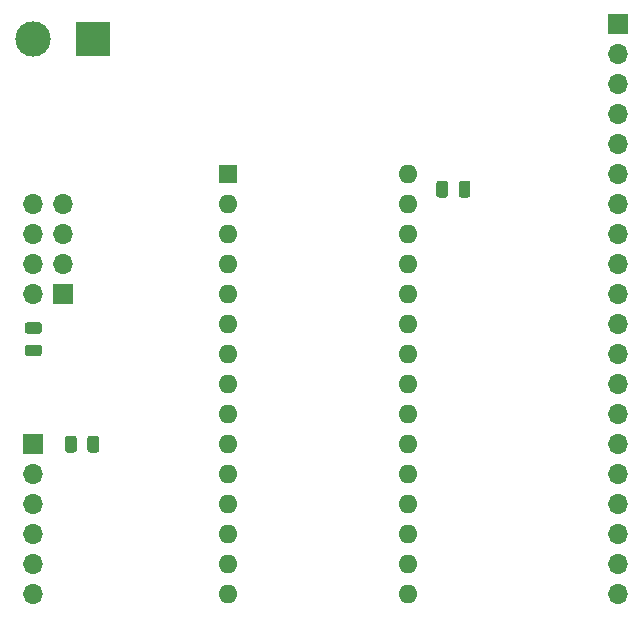
<source format=gbr>
%TF.GenerationSoftware,KiCad,Pcbnew,(5.1.10)-1*%
%TF.CreationDate,2021-07-29T09:59:02+03:00*%
%TF.ProjectId,YevgeniK,59657667-656e-4694-9b2e-6b696361645f,rev?*%
%TF.SameCoordinates,Original*%
%TF.FileFunction,Soldermask,Top*%
%TF.FilePolarity,Negative*%
%FSLAX46Y46*%
G04 Gerber Fmt 4.6, Leading zero omitted, Abs format (unit mm)*
G04 Created by KiCad (PCBNEW (5.1.10)-1) date 2021-07-29 09:59:02*
%MOMM*%
%LPD*%
G01*
G04 APERTURE LIST*
%ADD10R,1.600000X1.600000*%
%ADD11O,1.600000X1.600000*%
%ADD12R,3.000000X3.000000*%
%ADD13C,3.000000*%
%ADD14R,1.700000X1.700000*%
%ADD15O,1.700000X1.700000*%
G04 APERTURE END LIST*
D10*
%TO.C,A1*%
X158750000Y-88900000D03*
D11*
X173990000Y-121920000D03*
X158750000Y-91440000D03*
X173990000Y-119380000D03*
X158750000Y-93980000D03*
X173990000Y-116840000D03*
X158750000Y-96520000D03*
X173990000Y-114300000D03*
X158750000Y-99060000D03*
X173990000Y-111760000D03*
X158750000Y-101600000D03*
X173990000Y-109220000D03*
X158750000Y-104140000D03*
X173990000Y-106680000D03*
X158750000Y-106680000D03*
X173990000Y-104140000D03*
X158750000Y-109220000D03*
X173990000Y-101600000D03*
X158750000Y-111760000D03*
X173990000Y-99060000D03*
X158750000Y-114300000D03*
X173990000Y-96520000D03*
X158750000Y-116840000D03*
X173990000Y-93980000D03*
X158750000Y-119380000D03*
X173990000Y-91440000D03*
X158750000Y-121920000D03*
X173990000Y-88900000D03*
X158750000Y-124460000D03*
X173990000Y-124460000D03*
%TD*%
%TO.C,C1*%
G36*
G01*
X176350000Y-90645000D02*
X176350000Y-89695000D01*
G75*
G02*
X176600000Y-89445000I250000J0D01*
G01*
X177100000Y-89445000D01*
G75*
G02*
X177350000Y-89695000I0J-250000D01*
G01*
X177350000Y-90645000D01*
G75*
G02*
X177100000Y-90895000I-250000J0D01*
G01*
X176600000Y-90895000D01*
G75*
G02*
X176350000Y-90645000I0J250000D01*
G01*
G37*
G36*
G01*
X178250000Y-90645000D02*
X178250000Y-89695000D01*
G75*
G02*
X178500000Y-89445000I250000J0D01*
G01*
X179000000Y-89445000D01*
G75*
G02*
X179250000Y-89695000I0J-250000D01*
G01*
X179250000Y-90645000D01*
G75*
G02*
X179000000Y-90895000I-250000J0D01*
G01*
X178500000Y-90895000D01*
G75*
G02*
X178250000Y-90645000I0J250000D01*
G01*
G37*
%TD*%
%TO.C,C2*%
G36*
G01*
X145920000Y-111285000D02*
X145920000Y-112235000D01*
G75*
G02*
X145670000Y-112485000I-250000J0D01*
G01*
X145170000Y-112485000D01*
G75*
G02*
X144920000Y-112235000I0J250000D01*
G01*
X144920000Y-111285000D01*
G75*
G02*
X145170000Y-111035000I250000J0D01*
G01*
X145670000Y-111035000D01*
G75*
G02*
X145920000Y-111285000I0J-250000D01*
G01*
G37*
G36*
G01*
X147820000Y-111285000D02*
X147820000Y-112235000D01*
G75*
G02*
X147570000Y-112485000I-250000J0D01*
G01*
X147070000Y-112485000D01*
G75*
G02*
X146820000Y-112235000I0J250000D01*
G01*
X146820000Y-111285000D01*
G75*
G02*
X147070000Y-111035000I250000J0D01*
G01*
X147570000Y-111035000D01*
G75*
G02*
X147820000Y-111285000I0J-250000D01*
G01*
G37*
%TD*%
%TO.C,C3*%
G36*
G01*
X141765000Y-101420000D02*
X142715000Y-101420000D01*
G75*
G02*
X142965000Y-101670000I0J-250000D01*
G01*
X142965000Y-102170000D01*
G75*
G02*
X142715000Y-102420000I-250000J0D01*
G01*
X141765000Y-102420000D01*
G75*
G02*
X141515000Y-102170000I0J250000D01*
G01*
X141515000Y-101670000D01*
G75*
G02*
X141765000Y-101420000I250000J0D01*
G01*
G37*
G36*
G01*
X141765000Y-103320000D02*
X142715000Y-103320000D01*
G75*
G02*
X142965000Y-103570000I0J-250000D01*
G01*
X142965000Y-104070000D01*
G75*
G02*
X142715000Y-104320000I-250000J0D01*
G01*
X141765000Y-104320000D01*
G75*
G02*
X141515000Y-104070000I0J250000D01*
G01*
X141515000Y-103570000D01*
G75*
G02*
X141765000Y-103320000I250000J0D01*
G01*
G37*
%TD*%
D12*
%TO.C,J1*%
X147320000Y-77470000D03*
D13*
X142240000Y-77470000D03*
%TD*%
D14*
%TO.C,J2*%
X191770000Y-76200000D03*
D15*
X191770000Y-78740000D03*
X191770000Y-81280000D03*
X191770000Y-83820000D03*
X191770000Y-86360000D03*
X191770000Y-88900000D03*
X191770000Y-91440000D03*
X191770000Y-93980000D03*
X191770000Y-96520000D03*
X191770000Y-99060000D03*
X191770000Y-101600000D03*
X191770000Y-104140000D03*
X191770000Y-106680000D03*
X191770000Y-109220000D03*
X191770000Y-111760000D03*
X191770000Y-114300000D03*
X191770000Y-116840000D03*
X191770000Y-119380000D03*
X191770000Y-121920000D03*
X191770000Y-124460000D03*
%TD*%
D14*
%TO.C,J3*%
X144780000Y-99060000D03*
D15*
X142240000Y-99060000D03*
X144780000Y-96520000D03*
X142240000Y-96520000D03*
X144780000Y-93980000D03*
X142240000Y-93980000D03*
X144780000Y-91440000D03*
X142240000Y-91440000D03*
%TD*%
D14*
%TO.C,J4*%
X142240000Y-111760000D03*
D15*
X142240000Y-114300000D03*
X142240000Y-116840000D03*
X142240000Y-119380000D03*
X142240000Y-121920000D03*
X142240000Y-124460000D03*
%TD*%
M02*

</source>
